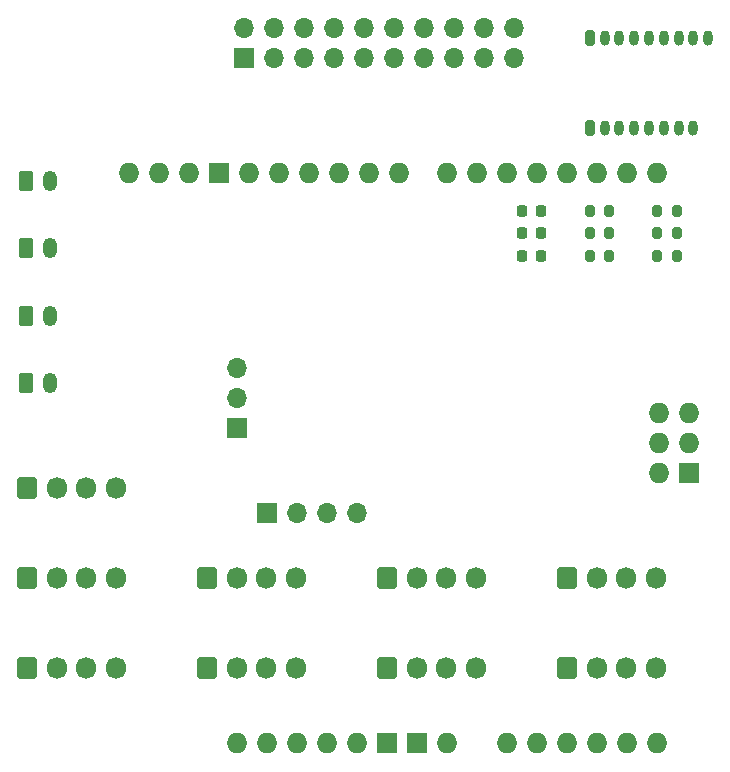
<source format=gts>
G04 #@! TF.GenerationSoftware,KiCad,Pcbnew,7.0.5*
G04 #@! TF.CreationDate,2023-06-14T13:16:40+10:00*
G04 #@! TF.ProjectId,NUcr,4e556372-2e6b-4696-9361-645f70636258,rev?*
G04 #@! TF.SameCoordinates,Original*
G04 #@! TF.FileFunction,Soldermask,Top*
G04 #@! TF.FilePolarity,Negative*
%FSLAX46Y46*%
G04 Gerber Fmt 4.6, Leading zero omitted, Abs format (unit mm)*
G04 Created by KiCad (PCBNEW 7.0.5) date 2023-06-14 13:16:40*
%MOMM*%
%LPD*%
G01*
G04 APERTURE LIST*
G04 Aperture macros list*
%AMRoundRect*
0 Rectangle with rounded corners*
0 $1 Rounding radius*
0 $2 $3 $4 $5 $6 $7 $8 $9 X,Y pos of 4 corners*
0 Add a 4 corners polygon primitive as box body*
4,1,4,$2,$3,$4,$5,$6,$7,$8,$9,$2,$3,0*
0 Add four circle primitives for the rounded corners*
1,1,$1+$1,$2,$3*
1,1,$1+$1,$4,$5*
1,1,$1+$1,$6,$7*
1,1,$1+$1,$8,$9*
0 Add four rect primitives between the rounded corners*
20,1,$1+$1,$2,$3,$4,$5,0*
20,1,$1+$1,$4,$5,$6,$7,0*
20,1,$1+$1,$6,$7,$8,$9,0*
20,1,$1+$1,$8,$9,$2,$3,0*%
G04 Aperture macros list end*
%ADD10RoundRect,0.250000X-0.600000X-0.675000X0.600000X-0.675000X0.600000X0.675000X-0.600000X0.675000X0*%
%ADD11O,1.700000X1.850000*%
%ADD12RoundRect,0.200000X0.200000X0.275000X-0.200000X0.275000X-0.200000X-0.275000X0.200000X-0.275000X0*%
%ADD13RoundRect,0.200000X-0.200000X-0.275000X0.200000X-0.275000X0.200000X0.275000X-0.200000X0.275000X0*%
%ADD14O,1.727200X1.727200*%
%ADD15R,1.727200X1.727200*%
%ADD16RoundRect,0.200000X-0.200000X-0.450000X0.200000X-0.450000X0.200000X0.450000X-0.200000X0.450000X0*%
%ADD17O,0.800000X1.300000*%
%ADD18RoundRect,0.250000X-0.350000X-0.625000X0.350000X-0.625000X0.350000X0.625000X-0.350000X0.625000X0*%
%ADD19O,1.200000X1.750000*%
%ADD20RoundRect,0.225000X0.225000X0.250000X-0.225000X0.250000X-0.225000X-0.250000X0.225000X-0.250000X0*%
%ADD21R,1.700000X1.700000*%
%ADD22O,1.700000X1.700000*%
G04 APERTURE END LIST*
D10*
X104140000Y-107950000D03*
D11*
X106640000Y-107950000D03*
X109140000Y-107950000D03*
X111640000Y-107950000D03*
D12*
X128650000Y-71120000D03*
X127000000Y-71120000D03*
D10*
X119380000Y-100330000D03*
D11*
X121880000Y-100330000D03*
X124380000Y-100330000D03*
X126880000Y-100330000D03*
D13*
X121285000Y-73025000D03*
X122935000Y-73025000D03*
D10*
X88900000Y-100330000D03*
D11*
X91400000Y-100330000D03*
X93900000Y-100330000D03*
X96400000Y-100330000D03*
D14*
X91440000Y-114300000D03*
X99060000Y-114300000D03*
X101600000Y-114300000D03*
X129667000Y-86360000D03*
X114300000Y-114300000D03*
X116840000Y-114300000D03*
X119380000Y-114300000D03*
X121920000Y-114300000D03*
X124460000Y-114300000D03*
X127000000Y-114300000D03*
X87376000Y-66040000D03*
X127000000Y-66040000D03*
X124460000Y-66040000D03*
X121920000Y-66040000D03*
X119380000Y-66040000D03*
X116840000Y-66040000D03*
X114300000Y-66040000D03*
X111760000Y-66040000D03*
X109220000Y-66040000D03*
X105156000Y-66040000D03*
X102616000Y-66040000D03*
X100076000Y-66040000D03*
X97536000Y-66040000D03*
X94996000Y-66040000D03*
X92456000Y-66040000D03*
D15*
X89916000Y-66040000D03*
X104140000Y-114300000D03*
X106680000Y-114300000D03*
X129667000Y-91440000D03*
D14*
X93980000Y-114300000D03*
X127127000Y-86360000D03*
X129667000Y-88900000D03*
X96520000Y-114300000D03*
X127127000Y-91440000D03*
X127127000Y-88900000D03*
X82296000Y-66040000D03*
X84836000Y-66040000D03*
X109220000Y-114300000D03*
D13*
X121285000Y-69215000D03*
X122935000Y-69215000D03*
D16*
X121285000Y-54610000D03*
D17*
X122535000Y-54610000D03*
X123785000Y-54610000D03*
X125035000Y-54610000D03*
X126285000Y-54610000D03*
X127535000Y-54610000D03*
X128785000Y-54610000D03*
X130035000Y-54610000D03*
X131285000Y-54610000D03*
D18*
X73565000Y-78105000D03*
D19*
X75565000Y-78105000D03*
D18*
X73565000Y-66675000D03*
D19*
X75565000Y-66675000D03*
D10*
X104140000Y-100330000D03*
D11*
X106640000Y-100330000D03*
X109140000Y-100330000D03*
X111640000Y-100330000D03*
D12*
X128650000Y-73025000D03*
X127000000Y-73025000D03*
D10*
X73660000Y-92710000D03*
D11*
X76160000Y-92710000D03*
X78660000Y-92710000D03*
X81160000Y-92710000D03*
D10*
X119380000Y-107950000D03*
D11*
X121880000Y-107950000D03*
X124380000Y-107950000D03*
X126880000Y-107950000D03*
D12*
X128650000Y-69215000D03*
X127000000Y-69215000D03*
D10*
X88900000Y-107950000D03*
D11*
X91400000Y-107950000D03*
X93900000Y-107950000D03*
X96400000Y-107950000D03*
D20*
X117120000Y-69215000D03*
X115570000Y-69215000D03*
D10*
X73660000Y-100330000D03*
D11*
X76160000Y-100330000D03*
X78660000Y-100330000D03*
X81160000Y-100330000D03*
D20*
X117120000Y-71120000D03*
X115570000Y-71120000D03*
D18*
X73565000Y-72390000D03*
D19*
X75565000Y-72390000D03*
D20*
X117120000Y-73025000D03*
X115570000Y-73025000D03*
D10*
X73660000Y-107950000D03*
D11*
X76160000Y-107950000D03*
X78660000Y-107950000D03*
X81160000Y-107950000D03*
D16*
X121285000Y-62230000D03*
D17*
X122535000Y-62230000D03*
X123785000Y-62230000D03*
X125035000Y-62230000D03*
X126285000Y-62230000D03*
X127535000Y-62230000D03*
X128785000Y-62230000D03*
X130035000Y-62230000D03*
D13*
X121285000Y-71120000D03*
X122935000Y-71120000D03*
D18*
X73565000Y-83820000D03*
D19*
X75565000Y-83820000D03*
D21*
X91980000Y-56290000D03*
D22*
X91980000Y-53750000D03*
X94520000Y-56290000D03*
X94520000Y-53750000D03*
X97060000Y-56290000D03*
X97060000Y-53750000D03*
X99600000Y-56290000D03*
X99600000Y-53750000D03*
X102140000Y-56290000D03*
X102140000Y-53750000D03*
X104680000Y-56290000D03*
X104680000Y-53750000D03*
X107220000Y-56290000D03*
X107220000Y-53750000D03*
X109760000Y-56290000D03*
X109760000Y-53750000D03*
X112300000Y-56290000D03*
X112300000Y-53750000D03*
X114840000Y-56290000D03*
X114840000Y-53750000D03*
D21*
X91440000Y-87630000D03*
D22*
X91440000Y-85090000D03*
X91440000Y-82550000D03*
D21*
X93980000Y-94803000D03*
D22*
X96520000Y-94803000D03*
X99060000Y-94803000D03*
X101600000Y-94803000D03*
M02*

</source>
